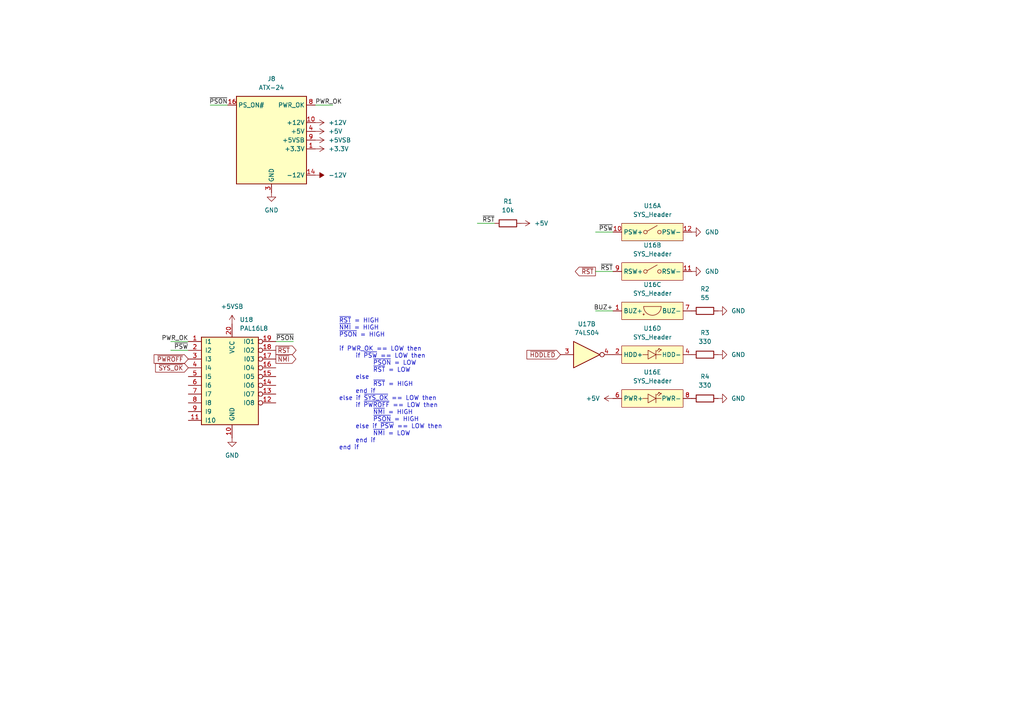
<source format=kicad_sch>
(kicad_sch (version 20231120) (generator "eeschema") (generator_version "8.0")
  (paper "A4")
  (lib_symbols
    (symbol "74xx:74LS04"
      (property "Reference" "U" (at 0 1.27 0))
      (property "Value" "74LS04" (at 0 -1.27 0))
      (symbol "74LS04_1_0"
        (polyline (pts (xy -3.81 3.81) (xy -3.81 -3.81) (xy 3.81 0) (xy -3.81 3.81)) (stroke (width 0.254)) (fill (type background)))
        (pin input line (at -7.62 0 0) (length 3.81) (name "~") (number "1"))
        (pin output inverted (at 7.62 0 180) (length 3.81) (name "~") (number "2"))
      )
      (symbol "74LS04_2_0"
        (polyline (pts (xy -3.81 3.81) (xy -3.81 -3.81) (xy 3.81 0) (xy -3.81 3.81)) (stroke (width 0.254)) (fill (type background)))
        (pin input line (at -7.62 0 0) (length 3.81) (name "~") (number "3"))
        (pin output inverted (at 7.62 0 180) (length 3.81) (name "~") (number "4"))
      )
      (symbol "74LS04_3_0"
        (polyline (pts (xy -3.81 3.81) (xy -3.81 -3.81) (xy 3.81 0) (xy -3.81 3.81)) (stroke (width 0.254)) (fill (type background)))
        (pin input line (at -7.62 0 0) (length 3.81) (name "~") (number "5"))
        (pin output inverted (at 7.62 0 180) (length 3.81) (name "~") (number "6"))
      )
      (symbol "74LS04_4_0"
        (polyline (pts (xy -3.81 3.81) (xy -3.81 -3.81) (xy 3.81 0) (xy -3.81 3.81)) (stroke (width 0.254)) (fill (type background)))
        (pin output inverted (at 7.62 0 180) (length 3.81) (name "~") (number "8"))
        (pin input line (at -7.62 0 0) (length 3.81) (name "~") (number "9"))
      )
      (symbol "74LS04_5_0"
        (polyline (pts (xy -3.81 3.81) (xy -3.81 -3.81) (xy 3.81 0) (xy -3.81 3.81)) (stroke (width 0.254)) (fill (type background)))
        (pin output inverted (at 7.62 0 180) (length 3.81) (name "~") (number "10"))
        (pin input line (at -7.62 0 0) (length 3.81) (name "~") (number "11"))
      )
      (symbol "74LS04_6_0"
        (polyline (pts (xy -3.81 3.81) (xy -3.81 -3.81) (xy 3.81 0) (xy -3.81 3.81)) (stroke (width 0.254)) (fill (type background)))
        (pin output inverted (at 7.62 0 180) (length 3.81) (name "~") (number "12"))
        (pin input line (at -7.62 0 0) (length 3.81) (name "~") (number "13"))
      )
      (symbol "74LS04_7_0"
        (pin power_in line (at 0 12.7 270) (length 5.08) (name "VCC") (number "14"))
        (pin power_in line (at 0 -12.7 90) (length 5.08) (name "GND") (number "7"))
      )
      (symbol "74LS04_7_1"
        (rectangle (start -5.08 7.62) (end 5.08 -7.62) (stroke (width 0.254)) (fill (type background)))
      )
    )
    (symbol "Connector:ATX-24"
      (property "Reference" "J" (at -8.89 13.97 0))
      (property "Value" "ATX-24" (at 6.35 13.97 0))
      (symbol "ATX-24_0_1"
        (rectangle (start -10.16 12.7) (end 10.16 -12.7) (stroke (width 0.254)) (fill (type background)))
      )
      (symbol "ATX-24_1_1"
        (pin power_out line (at 12.7 -2.54 180) (length 2.54) (name "+3.3V") (number "1"))
        (pin power_out line (at 12.7 5.08 180) (length 2.54) (name "+12V") (number "10"))
        (pin passive line (at 12.7 5.08 180) (length 2.54) hide (name "+12V") (number "11"))
        (pin passive line (at 12.7 -2.54 180) (length 2.54) hide (name "+3.3V") (number "12"))
        (pin passive line (at 12.7 -2.54 180) (length 2.54) hide (name "+3.3V") (number "13"))
        (pin power_out line (at 12.7 -10.16 180) (length 2.54) (name "-12V") (number "14"))
        (pin passive line (at 0 -15.24 90) (length 2.54) hide (name "GND") (number "15"))
        (pin open_collector line (at -12.7 10.16 0) (length 2.54) (name "PS_ON#") (number "16"))
        (pin passive line (at 0 -15.24 90) (length 2.54) hide (name "GND") (number "17"))
        (pin passive line (at 0 -15.24 90) (length 2.54) hide (name "GND") (number "18"))
        (pin passive line (at 0 -15.24 90) (length 2.54) hide (name "GND") (number "19"))
        (pin passive line (at 12.7 -2.54 180) (length 2.54) hide (name "+3.3V") (number "2"))
        (pin no_connect line (at -10.16 0 0) (length 2.54) hide (name "NC") (number "20"))
        (pin passive line (at 12.7 2.54 180) (length 2.54) hide (name "+5V") (number "21"))
        (pin passive line (at 12.7 2.54 180) (length 2.54) hide (name "+5V") (number "22"))
        (pin passive line (at 12.7 2.54 180) (length 2.54) hide (name "+5V") (number "23"))
        (pin passive line (at 0 -15.24 90) (length 2.54) hide (name "GND") (number "24"))
        (pin power_out line (at 0 -15.24 90) (length 2.54) (name "GND") (number "3"))
        (pin power_out line (at 12.7 2.54 180) (length 2.54) (name "+5V") (number "4"))
        (pin passive line (at 0 -15.24 90) (length 2.54) hide (name "GND") (number "5"))
        (pin passive line (at 12.7 2.54 180) (length 2.54) hide (name "+5V") (number "6"))
        (pin passive line (at 0 -15.24 90) (length 2.54) hide (name "GND") (number "7"))
        (pin output line (at 12.7 10.16 180) (length 2.54) (name "PWR_OK") (number "8"))
        (pin power_out line (at 12.7 0 180) (length 2.54) (name "+5VSB") (number "9"))
      )
    )
    (symbol "Device:R" (pin_numbers hide) (pin_names (offset 0))
      (property "Reference" "R" (at 2.032 0 90))
      (property "Value" "R" (at 0 0 90))
      (symbol "R_0_1"
        (rectangle (start -1.016 -2.54) (end 1.016 2.54) (stroke (width 0.254)))
      )
      (symbol "R_1_1"
        (pin passive line (at 0 3.81 270) (length 1.27) (name "~") (number "1"))
        (pin passive line (at 0 -3.81 90) (length 1.27) (name "~") (number "2"))
      )
    )
    (symbol "GND_1" (power) (pin_numbers hide) (pin_names (offset 0) hide)
      (property "Value" "GND" (at 0 -3.81 0))
      (symbol "GND_1_0_1"
        (polyline (pts (xy 0 0) (xy 0 -1.27) (xy 1.27 -1.27) (xy 0 -2.54) (xy -1.27 -1.27) (xy 0 -1.27)))
      )
      (symbol "GND_1_1_1"
        (pin power_in line (at 0 0 270) (length 0) (name "~") (number "1"))
      )
    )
    (symbol "Logic_Programmable:PAL16L8" (pin_names (offset 1.016))
      (property "Reference" "U" (at -8.89 16.51 0))
      (property "Value" "PAL16L8" (at 1.27 16.51 0))
      (symbol "PAL16L8_0_0"
        (pin power_in line (at 0 -15.24 90) (length 3.81) (name "GND") (number "10"))
        (pin power_in line (at 0 17.78 270) (length 3.81) (name "VCC") (number "20"))
      )
      (symbol "PAL16L8_0_1"
        (rectangle (start -8.89 13.97) (end 7.62 -11.43) (stroke (width 0.254)) (fill (type background)))
      )
      (symbol "PAL16L8_1_1"
        (pin input line (at -12.7 12.7 0) (length 3.81) (name "I1") (number "1"))
        (pin input line (at -12.7 -10.16 0) (length 3.81) (name "I10") (number "11"))
        (pin tri_state inverted (at 12.7 -5.08 180) (length 5.08) (name "IO8") (number "12"))
        (pin tri_state inverted (at 12.7 -2.54 180) (length 5.08) (name "IO7") (number "13"))
        (pin tri_state inverted (at 12.7 0 180) (length 5.08) (name "IO6") (number "14"))
        (pin tri_state inverted (at 12.7 2.54 180) (length 5.08) (name "IO5") (number "15"))
        (pin tri_state inverted (at 12.7 5.08 180) (length 5.08) (name "IO4") (number "16"))
        (pin tri_state inverted (at 12.7 7.62 180) (length 5.08) (name "I03") (number "17"))
        (pin tri_state inverted (at 12.7 10.16 180) (length 5.08) (name "IO2") (number "18"))
        (pin tri_state inverted (at 12.7 12.7 180) (length 5.08) (name "IO1") (number "19"))
        (pin input line (at -12.7 10.16 0) (length 3.81) (name "I2") (number "2"))
        (pin input line (at -12.7 7.62 0) (length 3.81) (name "I3") (number "3"))
        (pin input line (at -12.7 5.08 0) (length 3.81) (name "I4") (number "4"))
        (pin input line (at -12.7 2.54 0) (length 3.81) (name "I5") (number "5"))
        (pin input line (at -12.7 0 0) (length 3.81) (name "I6") (number "6"))
        (pin input line (at -12.7 -2.54 0) (length 3.81) (name "I7") (number "7"))
        (pin input line (at -12.7 -5.08 0) (length 3.81) (name "I8") (number "8"))
        (pin input line (at -12.7 -7.62 0) (length 3.81) (name "I9") (number "9"))
      )
    )
    (symbol "m68k-hbc-conn:SYS_Header"
      (property "Reference" "U" (at 0 17.78 0))
      (property "Value" "SYS_Header" (at 0 15.24 0))
      (symbol "SYS_Header_1_1"
        (rectangle (start -8.89 2.54) (end 8.89 -2.54) (fill (type background)))
        (circle (center -2.032 0) (radius 0.508))
        (polyline (pts (xy -1.524 0.254) (xy 1.397 1.905)))
        (circle (center 2.032 0) (radius 0.508))
        (pin passive line (at -11.43 0 0) (length 2.54) (name "PSW+") (number "10"))
        (pin passive line (at 11.43 0 180) (length 2.54) (name "PSW-") (number "12"))
      )
      (symbol "SYS_Header_2_1"
        (rectangle (start -8.89 2.54) (end 8.89 -2.54) (fill (type background)))
        (circle (center -2.032 0) (radius 0.508))
        (polyline (pts (xy -1.524 0.254) (xy 1.397 1.905)))
        (circle (center 2.032 0) (radius 0.508))
        (pin passive line (at 11.43 0 180) (length 2.54) (name "RSW-") (number "11"))
        (pin passive line (at -11.43 0 0) (length 2.54) (name "RSW+") (number "9"))
      )
      (symbol "SYS_Header_3_1"
        (rectangle (start -8.89 2.54) (end 8.89 -2.54) (fill (type background)))
        (arc (start -2.54 1.27) (mid -1.7961 -0.5261) (end 0 -1.27))
        (arc (start 0 -1.27) (mid 1.7961 -0.5261) (end 2.54 1.27))
        (polyline (pts (xy -2.794 -1.016) (xy -2.286 -1.016)))
        (polyline (pts (xy -2.54 -0.762) (xy -2.54 -1.27)))
        (polyline (pts (xy -2.54 1.27) (xy 2.54 1.27)))
        (pin passive line (at -11.43 0 0) (length 2.54) (name "BUZ+") (number "1"))
        (pin passive line (at 11.43 0 180) (length 2.54) (name "BUZ-") (number "7"))
      )
      (symbol "SYS_Header_4_1"
        (rectangle (start -8.89 2.54) (end 8.89 -2.54) (fill (type background)))
        (polyline (pts (xy -2.794 0) (xy -1.27 0)))
        (polyline (pts (xy 1.016 0) (xy 2.54 0)))
        (polyline (pts (xy 1.016 1.27) (xy 1.016 -1.27)))
        (polyline (pts (xy -1.27 1.27) (xy -1.27 -1.27) (xy 1.016 0) (xy -1.27 1.27)))
        (polyline (pts (xy 1.27 1.016) (xy 2.032 1.778) (xy 1.778 1.778) (xy 2.032 1.778) (xy 2.032 1.524)))
        (polyline (pts (xy 1.778 0.762) (xy 2.54 1.524) (xy 2.286 1.524) (xy 2.54 1.524) (xy 2.54 1.27)))
        (pin passive line (at -11.43 0 0) (length 2.54) (name "HDD+") (number "2"))
        (pin passive line (at 11.43 0 180) (length 2.54) (name "HDD-") (number "4"))
      )
      (symbol "SYS_Header_5_1"
        (rectangle (start -8.89 2.54) (end 8.89 -2.54) (fill (type background)))
        (polyline (pts (xy -2.794 0) (xy -1.27 0)))
        (polyline (pts (xy 1.016 0) (xy 2.54 0)))
        (polyline (pts (xy 1.016 1.27) (xy 1.016 -1.27)))
        (polyline (pts (xy -1.27 1.27) (xy -1.27 -1.27) (xy 1.016 0) (xy -1.27 1.27)))
        (polyline (pts (xy 1.27 1.016) (xy 2.032 1.778) (xy 1.778 1.778) (xy 2.032 1.778) (xy 2.032 1.524)))
        (polyline (pts (xy 1.778 0.762) (xy 2.54 1.524) (xy 2.286 1.524) (xy 2.54 1.524) (xy 2.54 1.27)))
        (pin passive line (at -11.43 0 0) (length 2.54) (name "PWR+") (number "6"))
        (pin passive line (at 11.43 0 180) (length 2.54) (name "PWR-") (number "8"))
      )
    )
    (symbol "m68k-hbc-pwr:+5VSB" (power) (in_bom no) (on_board no)
      (property "Value" "+5VSB" (at 0 3.81 0))
      (symbol "+5VSB_0_1"
        (polyline (pts (xy -0.762 1.27) (xy 0 2.54)))
        (polyline (pts (xy 0 0) (xy 0 2.54)))
        (polyline (pts (xy 0 2.54) (xy 0.762 1.27)))
      )
      (symbol "+5VSB_1_1"
        (pin power_in line (at 0 0 90) (length 0) hide (name "+5VSB") (number "1"))
      )
    )
    (symbol "power:+12V" (power) (pin_names (offset 0))
      (property "Value" "+12V" (at 0 3.556 0))
      (symbol "+12V_0_1"
        (polyline (pts (xy -0.762 1.27) (xy 0 2.54)))
        (polyline (pts (xy 0 0) (xy 0 2.54)))
        (polyline (pts (xy 0 2.54) (xy 0.762 1.27)))
      )
      (symbol "+12V_1_1"
        (pin power_in line (at 0 0 90) (length 0) hide (name "+12V") (number "1"))
      )
    )
    (symbol "power:+3.3V" (power) (pin_names (offset 0))
      (property "Value" "+3.3V" (at 0 3.556 0))
      (symbol "+3.3V_0_1"
        (polyline (pts (xy -0.762 1.27) (xy 0 2.54)))
        (polyline (pts (xy 0 0) (xy 0 2.54)))
        (polyline (pts (xy 0 2.54) (xy 0.762 1.27)))
      )
      (symbol "+3.3V_1_1"
        (pin power_in line (at 0 0 90) (length 0) hide (name "+3.3V") (number "1"))
      )
    )
    (symbol "power:+5V" (power) (pin_names (offset 0))
      (property "Value" "+5V" (at 0 3.556 0))
      (symbol "+5V_0_1"
        (polyline (pts (xy -0.762 1.27) (xy 0 2.54)))
        (polyline (pts (xy 0 0) (xy 0 2.54)))
        (polyline (pts (xy 0 2.54) (xy 0.762 1.27)))
      )
      (symbol "+5V_1_1"
        (pin power_in line (at 0 0 90) (length 0) hide (name "+5V") (number "1"))
      )
    )
    (symbol "power:-12V" (power) (pin_names (offset 0))
      (property "Value" "-12V" (at 0 3.81 0))
      (symbol "-12V_0_0"
        (pin power_in line (at 0 0 90) (length 0) hide (name "-12V") (number "1"))
      )
      (symbol "-12V_0_1"
        (polyline (pts (xy 0 0) (xy 0 1.27) (xy 0.762 1.27) (xy 0 2.54) (xy -0.762 1.27) (xy 0 1.27)) (fill (type outline)))
      )
    )
    (symbol "power:GND" (power) (pin_names (offset 0))
      (property "Value" "GND" (at 0 -3.81 0))
      (symbol "GND_0_1"
        (polyline (pts (xy 0 0) (xy 0 -1.27) (xy 1.27 -1.27) (xy 0 -2.54) (xy -1.27 -1.27) (xy 0 -1.27)))
      )
      (symbol "GND_1_1"
        (pin power_in line (at 0 0 270) (length 0) hide (name "GND") (number "1"))
      )
    )
  )
  (wire (pts (xy 172.72 67.31) (xy 177.8 67.31)))
  (wire (pts (xy 138.43 64.77) (xy 143.51 64.77)))
  (wire (pts (xy 85.09 99.06) (xy 80.01 99.06)))
  (wire (pts (xy 60.96 30.48) (xy 66.04 30.48)))
  (wire (pts (xy 49.53 99.06) (xy 54.61 99.06)))
  (wire (pts (xy 96.52 30.48) (xy 91.44 30.48)))
  (wire (pts (xy 49.53 101.6) (xy 54.61 101.6)))
  (wire (pts (xy 172.72 78.74) (xy 177.8 78.74)))
  (wire (pts (xy 172.72 90.17) (xy 177.8 90.17)))
  (text "~{RST} = HIGH\n~{NMI} = HIGH\n~{PSON} = HIGH\n\nif PWR_OK == LOW then\n	if ~{PSW} == LOW then\n		~{PSON} = LOW\n		~{RST} = LOW\n	else\n		~{RST} = HIGH\n	end if\nelse if ~{SYS_OK} == LOW then\n	if ~{PWROFF} == LOW then\n		~{NMI} = HIGH\n		~{PSON} = HIGH\n	else if ~{PSW} == LOW then\n		~{NMI} = LOW\n	end if\nend if\n" (at 98.298 111.506 0) (effects (font (size 1.27 1.27)) (justify left)))
  (label "BUZ+" (at 177.8 90.17 180))
  (label "~{PSW}" (at 177.8 67.31 180))
  (label "~{RST}" (at 143.51 64.77 180))
  (label "PWR_OK" (at 91.44 30.48 0))
  (label "~{PSON}" (at 66.04 30.48 180))
  (label "PWR_OK" (at 54.61 99.06 180))
  (label "~{PSON}" (at 80.01 99.06 0))
  (label "~{RST}" (at 177.8 78.74 180))
  (label "~{PSW}" (at 54.61 101.6 180))
  (global_label "~{SYS_OK}" (shape input) (at 54.61 106.68 180) (property "Intersheetrefs" "${INTERSHEET_REFS}" (effects (hide yes))))
  (global_label "~{PWROFF}" (shape input) (at 54.61 104.14 180) (property "Intersheetrefs" "${INTERSHEET_REFS}" (effects (hide yes))))
  (global_label "~{NMI}" (shape output) (at 80.01 104.14 0) (property "Intersheetrefs" "${INTERSHEET_REFS}" (effects (hide yes))))
  (global_label "~{RST}" (shape output) (at 80.01 101.6 0) (property "Intersheetrefs" "${INTERSHEET_REFS}" (effects (hide yes))))
  (global_label "~{HDDLED}" (shape input) (at 162.56 102.87 180) (property "Intersheetrefs" "${INTERSHEET_REFS}" (effects (hide yes))))
  (global_label "~{RST}" (shape output) (at 172.72 78.74 180) (property "Intersheetrefs" "${INTERSHEET_REFS}" (effects (hide yes))))
  (symbol (lib_id "74xx:74LS04") (at 170.18 102.87 0) (unit 2)
    (property "Reference" "U17" (at 170.18 93.98 0))
    (property "Value" "74LS04" (at 170.18 96.52 0))
    (property "Footprint" "Package_DIP:DIP-14_W7.62mm_Socket" (effects (hide yes)))
    (property "Datasheet" "http://www.ti.com/lit/gpn/sn74LS04" (effects (hide yes)))
  )
  (symbol (lib_id "m68k-hbc-conn:SYS_Header") (at 189.23 90.17 0) (unit 3)
    (property "Reference" "U16" (at 189.23 82.55 0))
    (property "Value" "SYS_Header" (at 189.23 85.09 0))
    (property "Footprint" "Connector_PinHeader_2.54mm:PinHeader_2x06_P2.54mm_Vertical" (effects (hide yes)))
  )
  (symbol (lib_id "Device:R") (at 204.47 115.57 90) (unit 1)
    (property "Reference" "R4" (at 204.47 109.22 90))
    (property "Value" "330" (at 204.47 111.76 90))
    (property "Footprint" "Resistor_THT:R_Axial_DIN0204_L3.6mm_D1.6mm_P7.62mm_Horizontal" (effects (hide yes)))
  )
  (symbol (lib_id "Device:R") (at 204.47 102.87 90) (unit 1)
    (property "Reference" "R3" (at 204.47 96.52 90))
    (property "Value" "330" (at 204.47 99.06 90))
    (property "Footprint" "Resistor_THT:R_Axial_DIN0204_L3.6mm_D1.6mm_P7.62mm_Horizontal" (effects (hide yes)))
  )
  (symbol (lib_id "Connector:ATX-24") (at 78.74 40.64 0) (unit 1)
    (property "Reference" "J8" (at 78.74 22.86 0))
    (property "Value" "ATX-24" (at 78.74 25.4 0))
    (property "Footprint" "Connector_Molex:Molex_Mini-Fit_Jr_5566-24A_2x12_P4.20mm_Vertical" (effects (hide yes)))
    (property "Datasheet" "https://www.intel.com/content/dam/www/public/us/en/documents/guides/power-supply-design-guide-june.pdf#page=33" (effects (hide yes)))
  )
  (symbol (lib_id "Logic_Programmable:PAL16L8") (at 67.31 111.76 0) (unit 1)
    (property "Reference" "U18" (at 69.5041 92.71 0) (effects (justify left)))
    (property "Value" "PAL16L8" (at 69.5041 95.25 0) (effects (justify left)))
    (property "Description" "Programmable Logic Array, DIP-20" (effects (hide yes)))
  )
  (symbol (lib_id "power:+12V") (at 91.44 35.56 270) (unit 1)
    (property "Reference" "#PWR092" (effects (hide yes)))
    (property "Value" "+12V" (at 95.25 35.56 90) (effects (justify left)))
  )
  (symbol (lib_id "m68k-hbc-conn:SYS_Header") (at 189.23 115.57 0) (unit 5)
    (property "Reference" "U16" (at 189.23 107.95 0))
    (property "Value" "SYS_Header" (at 189.23 110.49 0))
    (property "Footprint" "Connector_PinHeader_2.54mm:PinHeader_2x06_P2.54mm_Vertical" (effects (hide yes)))
  )
  (symbol (lib_name "GND_1") (lib_id "power:GND") (at 67.31 127 0) (unit 1)
    (property "Reference" "#PWR0106" (effects (hide yes)))
    (property "Value" "GND" (at 67.31 132.08 0))
    (property "Description" "Power symbol creates a global label with name \"GND\" , ground" (effects (hide yes)))
  )
  (symbol (lib_id "power:GND") (at 200.66 67.31 90) (mirror x) (unit 1)
    (property "Reference" "#PWR099" (effects (hide yes)))
    (property "Value" "GND" (at 204.47 67.31 90) (effects (justify right)))
  )
  (symbol (lib_id "Device:R") (at 147.32 64.77 90) (unit 1)
    (property "Reference" "R1" (at 147.32 58.42 90))
    (property "Value" "10k" (at 147.32 60.96 90))
    (property "Footprint" "Resistor_THT:R_Axial_DIN0204_L3.6mm_D1.6mm_P7.62mm_Horizontal" (effects (hide yes)))
  )
  (symbol (lib_id "power:+5V") (at 177.8 115.57 90) (mirror x) (unit 1)
    (property "Reference" "#PWR0104" (effects (hide yes)))
    (property "Value" "+5V" (at 173.99 115.57 90) (effects (justify left)))
  )
  (symbol (lib_id "m68k-hbc-pwr:+5VSB") (at 91.44 40.64 270) (unit 1) (in_bom no) (on_board no)
    (property "Reference" "#PWR094" (effects (hide yes)))
    (property "Value" "+5VSB" (at 95.25 40.64 90) (effects (justify left)))
  )
  (symbol (lib_id "m68k-hbc-pwr:+5VSB") (at 67.31 93.98 0) (unit 1) (in_bom no) (on_board no)
    (property "Reference" "#PWR0102" (effects (hide yes)))
    (property "Value" "+5VSB" (at 67.31 88.9 0))
  )
  (symbol (lib_id "power:GND") (at 200.66 78.74 90) (mirror x) (unit 1)
    (property "Reference" "#PWR0100" (effects (hide yes)))
    (property "Value" "GND" (at 204.47 78.74 90) (effects (justify right)))
  )
  (symbol (lib_id "power:+3.3V") (at 91.44 43.18 270) (unit 1)
    (property "Reference" "#PWR095" (effects (hide yes)))
    (property "Value" "+3.3V" (at 95.25 43.18 90) (effects (justify left)))
  )
  (symbol (lib_id "m68k-hbc-conn:SYS_Header") (at 189.23 67.31 0) (unit 1)
    (property "Reference" "U16" (at 189.23 59.69 0))
    (property "Value" "SYS_Header" (at 189.23 62.23 0))
    (property "Footprint" "Connector_PinHeader_2.54mm:PinHeader_2x06_P2.54mm_Vertical" (effects (hide yes)))
  )
  (symbol (lib_id "Device:R") (at 204.47 90.17 90) (unit 1)
    (property "Reference" "R2" (at 204.47 83.82 90))
    (property "Value" "55" (at 204.47 86.36 90))
    (property "Footprint" "Resistor_THT:R_Axial_DIN0204_L3.6mm_D1.6mm_P7.62mm_Horizontal" (effects (hide yes)))
  )
  (symbol (lib_id "power:+5V") (at 91.44 38.1 270) (unit 1)
    (property "Reference" "#PWR093" (effects (hide yes)))
    (property "Value" "+5V" (at 95.25 38.1 90) (effects (justify left)))
  )
  (symbol (lib_id "power:GND") (at 208.28 115.57 90) (unit 1)
    (property "Reference" "#PWR0105" (effects (hide yes)))
    (property "Value" "GND" (at 212.09 115.57 90) (effects (justify right)))
  )
  (symbol (lib_id "power:-12V") (at 91.44 50.8 270) (unit 1)
    (property "Reference" "#PWR096" (effects (hide yes)))
    (property "Value" "-12V" (at 95.25 50.8 90) (effects (justify left)))
  )
  (symbol (lib_id "power:GND") (at 208.28 102.87 90) (unit 1)
    (property "Reference" "#PWR0103" (effects (hide yes)))
    (property "Value" "GND" (at 212.09 102.87 90) (effects (justify right)))
  )
  (symbol (lib_id "power:GND") (at 208.28 90.17 90) (unit 1)
    (property "Reference" "#PWR0101" (effects (hide yes)))
    (property "Value" "GND" (at 212.09 90.17 90) (effects (justify right)))
  )
  (symbol (lib_id "power:GND") (at 78.74 55.88 0) (unit 1)
    (property "Reference" "#PWR097" (effects (hide yes)))
    (property "Value" "GND" (at 78.74 60.96 0))
  )
  (symbol (lib_id "power:+5V") (at 151.13 64.77 270) (unit 1)
    (property "Reference" "#PWR098" (effects (hide yes)))
    (property "Value" "+5V" (at 154.94 64.77 90) (effects (justify left)))
  )
  (symbol (lib_id "m68k-hbc-conn:SYS_Header") (at 189.23 78.74 0) (unit 2)
    (property "Reference" "U16" (at 189.23 71.12 0))
    (property "Value" "SYS_Header" (at 189.23 73.66 0))
    (property "Footprint" "Connector_PinHeader_2.54mm:PinHeader_2x06_P2.54mm_Vertical" (effects (hide yes)))
  )
  (symbol (lib_id "m68k-hbc-conn:SYS_Header") (at 189.23 102.87 0) (unit 4)
    (property "Reference" "U16" (at 189.23 95.25 0))
    (property "Value" "SYS_Header" (at 189.23 97.79 0))
    (property "Footprint" "Connector_PinHeader_2.54mm:PinHeader_2x06_P2.54mm_Vertical" (effects (hide yes)))
  )
)
</source>
